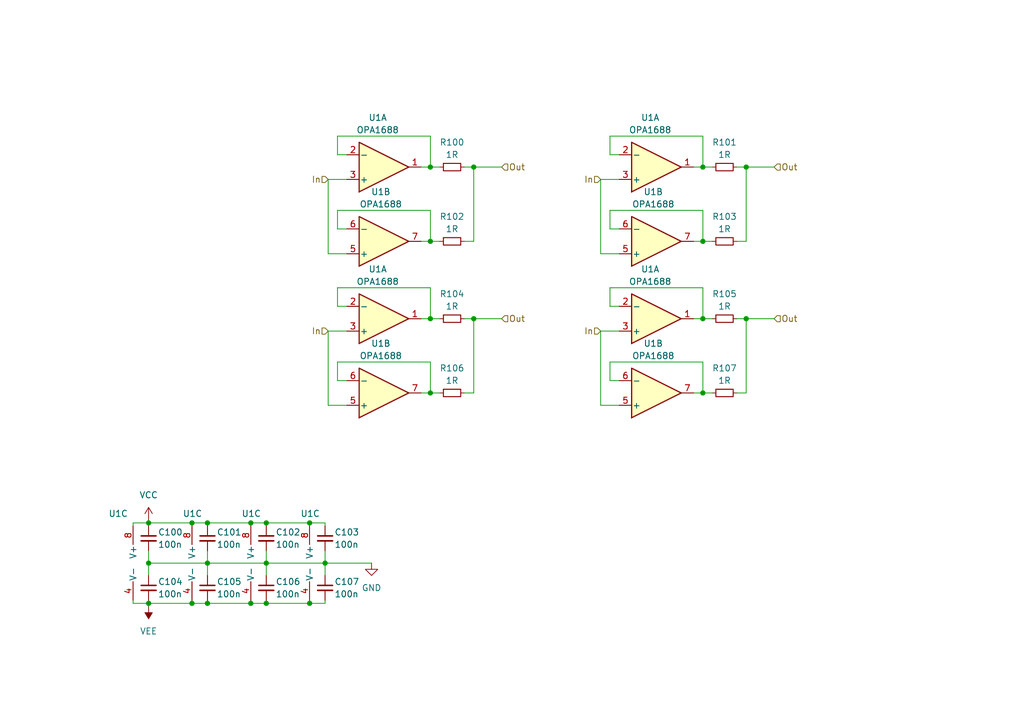
<source format=kicad_sch>
(kicad_sch (version 20230121) (generator eeschema)
  (paper "A5")
  (title_block (title "NCBalOPHeadAmp") (date "2023-10-31") (rev "0.1") (company "ncAudio") (comment 4 "Paralleled OPAMP outputs for more power and lower distortion"))
  (lib_symbols
    (symbol "Device:C_Small" (pin_numbers hide) (pin_names (offset 0.254) hide)
      (property "Reference" "C" (at 0.254 1.778 0))
      (property "Value" "C_Small" (at 0.254 -2.032 0))
      (symbol "C_Small_0_1"
        (polyline (pts (xy -1.524 -0.508) (xy 1.524 -0.508)) (stroke (width 0.3302)))
        (polyline (pts (xy -1.524 0.508) (xy 1.524 0.508)) (stroke (width 0.3048)))
      )
      (symbol "C_Small_1_1"
        (pin passive line (at 0 2.54 270) (length 2.032) (name "~") (number "1"))
        (pin passive line (at 0 -2.54 90) (length 2.032) (name "~") (number "2"))
      )
    )
    (symbol "Device:R_Small" (pin_numbers hide) (pin_names (offset 0.254) hide)
      (property "Reference" "R" (at 0.762 0.508 0))
      (property "Value" "R_Small" (at 0.762 -1.016 0))
      (symbol "R_Small_0_1"
        (rectangle (start -0.762 1.778) (end 0.762 -1.778) (stroke (width 0.2032)))
      )
      (symbol "R_Small_1_1"
        (pin passive line (at 0 2.54 270) (length 0.762) (name "~") (number "1"))
        (pin passive line (at 0 -2.54 90) (length 0.762) (name "~") (number "2"))
      )
    )
    (symbol "SoundPlus:OPA1688" (pin_names (offset 0.127))
      (property "Reference" "U" (at 0 5.08 0))
      (property "Value" "OPA1688" (at 0 -5.08 0))
      (symbol "OPA1688_1_1"
        (polyline (pts (xy -5.08 5.08) (xy 5.08 0) (xy -5.08 -5.08) (xy -5.08 5.08)) (stroke (width 0.254)) (fill (type background)))
        (pin output line (at 7.62 0 180) (length 2.54) (name "~") (number "1"))
        (pin input line (at -7.62 -2.54 0) (length 2.54) (name "-") (number "2"))
        (pin input line (at -7.62 2.54 0) (length 2.54) (name "+") (number "3"))
      )
      (symbol "OPA1688_2_1"
        (polyline (pts (xy -5.08 5.08) (xy 5.08 0) (xy -5.08 -5.08) (xy -5.08 5.08)) (stroke (width 0.254)) (fill (type background)))
        (pin input line (at -7.62 2.54 0) (length 2.54) (name "+") (number "5"))
        (pin input line (at -7.62 -2.54 0) (length 2.54) (name "-") (number "6"))
        (pin output line (at 7.62 0 180) (length 2.54) (name "~") (number "7"))
      )
      (symbol "OPA1688_3_1"
        (pin power_in line (at -2.54 -7.62 90) (length 3.81) (name "V-") (number "4"))
        (pin power_in line (at -2.54 7.62 270) (length 3.81) (name "V+") (number "8"))
      )
    )
    (symbol "power:GND" (power) (pin_names (offset 0))
      (property "Value" "GND" (at 0 -3.81 0))
      (symbol "GND_0_1"
        (polyline (pts (xy 0 0) (xy 0 -1.27) (xy 1.27 -1.27) (xy 0 -2.54) (xy -1.27 -1.27) (xy 0 -1.27)))
      )
      (symbol "GND_1_1"
        (pin power_in line (at 0 0 270) (length 0) hide (name "GND") (number "1"))
      )
    )
    (symbol "power:VCC" (power) (pin_names (offset 0))
      (property "Value" "VCC" (at 0 3.81 0))
      (symbol "VCC_0_1"
        (polyline (pts (xy -0.762 1.27) (xy 0 2.54)))
        (polyline (pts (xy 0 0) (xy 0 2.54)))
        (polyline (pts (xy 0 2.54) (xy 0.762 1.27)))
      )
      (symbol "VCC_1_1"
        (pin power_in line (at 0 0 90) (length 0) hide (name "VCC") (number "1"))
      )
    )
    (symbol "power:VEE" (power) (pin_names (offset 0))
      (property "Value" "VEE" (at 0 3.81 0))
      (symbol "VEE_0_1"
        (polyline (pts (xy 0 0) (xy 0 2.54)))
        (polyline (pts (xy 0.762 1.27) (xy -0.762 1.27) (xy 0 2.54) (xy 0.762 1.27)) (fill (type outline)))
      )
      (symbol "VEE_1_1"
        (pin power_in line (at 0 0 90) (length 0) hide (name "VEE") (number "1"))
      )
    )
  )
  (junction (at 54.61 115.57))
  (junction (at 97.155 34.29))
  (junction (at 144.145 65.405))
  (junction (at 51.435 107.315))
  (junction (at 42.545 115.57))
  (junction (at 144.145 49.53))
  (junction (at 88.265 49.53))
  (junction (at 42.545 123.825))
  (junction (at 144.145 80.645))
  (junction (at 97.155 65.405))
  (junction (at 88.265 65.405))
  (junction (at 30.48 123.825))
  (junction (at 54.61 107.315))
  (junction (at 153.035 34.29))
  (junction (at 88.265 34.29))
  (junction (at 88.265 80.645))
  (junction (at 153.035 65.405))
  (junction (at 30.48 115.57))
  (junction (at 39.37 123.825))
  (junction (at 144.145 34.29))
  (junction (at 63.5 107.315))
  (junction (at 66.675 115.57))
  (junction (at 39.37 107.315))
  (junction (at 54.61 123.825))
  (junction (at 63.5 123.825))
  (junction (at 51.435 123.825))
  (junction (at 42.545 107.315))
  (junction (at 30.48 107.315))
  (wire (pts (xy 86.36 49.53) (xy 88.265 49.53)))
  (wire (pts (xy 125.095 46.99) (xy 127 46.99)))
  (wire (pts (xy 86.36 65.405) (xy 88.265 65.405)))
  (wire (pts (xy 144.145 34.29) (xy 146.05 34.29)))
  (wire (pts (xy 69.215 27.94) (xy 69.215 31.75)))
  (wire (pts (xy 67.31 36.83) (xy 67.31 52.07)))
  (wire (pts (xy 27.305 107.315) (xy 27.305 107.95)))
  (wire (pts (xy 144.145 59.055) (xy 125.095 59.055)))
  (wire (pts (xy 153.035 65.405) (xy 158.75 65.405)))
  (wire (pts (xy 54.61 123.825) (xy 54.61 123.19)))
  (wire (pts (xy 67.31 36.83) (xy 71.12 36.83)))
  (wire (pts (xy 66.675 115.57) (xy 66.675 118.11)))
  (wire (pts (xy 125.095 74.295) (xy 125.095 78.105)))
  (wire (pts (xy 66.675 113.03) (xy 66.675 115.57)))
  (wire (pts (xy 30.48 107.315) (xy 30.48 107.95)))
  (wire (pts (xy 69.215 31.75) (xy 71.12 31.75)))
  (wire (pts (xy 125.095 31.75) (xy 127 31.75)))
  (wire (pts (xy 144.145 43.18) (xy 125.095 43.18)))
  (wire (pts (xy 63.5 107.315) (xy 66.675 107.315)))
  (wire (pts (xy 97.155 65.405) (xy 102.87 65.405)))
  (wire (pts (xy 153.035 34.29) (xy 153.035 49.53)))
  (wire (pts (xy 95.25 65.405) (xy 97.155 65.405)))
  (wire (pts (xy 51.435 107.315) (xy 51.435 107.95)))
  (wire (pts (xy 97.155 34.29) (xy 97.155 49.53)))
  (wire (pts (xy 151.13 49.53) (xy 153.035 49.53)))
  (wire (pts (xy 123.19 67.945) (xy 127 67.945)))
  (wire (pts (xy 125.095 59.055) (xy 125.095 62.865)))
  (wire (pts (xy 67.31 67.945) (xy 71.12 67.945)))
  (wire (pts (xy 30.48 106.68) (xy 30.48 107.315)))
  (wire (pts (xy 153.035 65.405) (xy 153.035 80.645)))
  (wire (pts (xy 144.145 65.405) (xy 146.05 65.405)))
  (wire (pts (xy 144.145 80.645) (xy 146.05 80.645)))
  (wire (pts (xy 151.13 80.645) (xy 153.035 80.645)))
  (wire (pts (xy 69.215 59.055) (xy 69.215 62.865)))
  (wire (pts (xy 30.48 123.825) (xy 39.37 123.825)))
  (wire (pts (xy 88.265 65.405) (xy 88.265 59.055)))
  (wire (pts (xy 42.545 107.315) (xy 42.545 107.95)))
  (wire (pts (xy 144.145 27.94) (xy 125.095 27.94)))
  (wire (pts (xy 69.215 78.105) (xy 71.12 78.105)))
  (wire (pts (xy 88.265 49.53) (xy 90.17 49.53)))
  (wire (pts (xy 97.155 65.405) (xy 97.155 80.645)))
  (wire (pts (xy 39.37 123.825) (xy 42.545 123.825)))
  (wire (pts (xy 88.265 34.29) (xy 90.17 34.29)))
  (wire (pts (xy 125.095 62.865) (xy 127 62.865)))
  (wire (pts (xy 27.305 123.825) (xy 27.305 123.19)))
  (wire (pts (xy 88.265 80.645) (xy 90.17 80.645)))
  (wire (pts (xy 66.675 123.825) (xy 66.675 123.19)))
  (wire (pts (xy 144.145 65.405) (xy 144.145 59.055)))
  (wire (pts (xy 42.545 113.03) (xy 42.545 115.57)))
  (wire (pts (xy 54.61 107.315) (xy 54.61 107.95)))
  (wire (pts (xy 95.25 34.29) (xy 97.155 34.29)))
  (wire (pts (xy 42.545 115.57) (xy 42.545 118.11)))
  (wire (pts (xy 144.145 49.53) (xy 144.145 43.18)))
  (wire (pts (xy 67.31 52.07) (xy 71.12 52.07)))
  (wire (pts (xy 30.48 115.57) (xy 42.545 115.57)))
  (wire (pts (xy 30.48 123.825) (xy 30.48 123.19)))
  (wire (pts (xy 95.25 49.53) (xy 97.155 49.53)))
  (wire (pts (xy 30.48 124.46) (xy 30.48 123.825)))
  (wire (pts (xy 54.61 123.825) (xy 63.5 123.825)))
  (wire (pts (xy 123.19 83.185) (xy 127 83.185)))
  (wire (pts (xy 123.19 36.83) (xy 127 36.83)))
  (wire (pts (xy 125.095 78.105) (xy 127 78.105)))
  (wire (pts (xy 123.19 67.945) (xy 123.19 83.185)))
  (wire (pts (xy 97.155 34.29) (xy 102.87 34.29)))
  (wire (pts (xy 42.545 123.825) (xy 42.545 123.19)))
  (wire (pts (xy 69.215 62.865) (xy 71.12 62.865)))
  (wire (pts (xy 30.48 115.57) (xy 30.48 118.11)))
  (wire (pts (xy 54.61 115.57) (xy 66.675 115.57)))
  (wire (pts (xy 63.5 107.315) (xy 63.5 107.95)))
  (wire (pts (xy 151.13 65.405) (xy 153.035 65.405)))
  (wire (pts (xy 67.31 83.185) (xy 71.12 83.185)))
  (wire (pts (xy 67.31 67.945) (xy 67.31 83.185)))
  (wire (pts (xy 69.215 43.18) (xy 69.215 46.99)))
  (wire (pts (xy 69.215 74.295) (xy 69.215 78.105)))
  (wire (pts (xy 88.265 49.53) (xy 88.265 43.18)))
  (wire (pts (xy 88.265 27.94) (xy 69.215 27.94)))
  (wire (pts (xy 63.5 123.825) (xy 66.675 123.825)))
  (wire (pts (xy 88.265 80.645) (xy 88.265 74.295)))
  (wire (pts (xy 88.265 34.29) (xy 88.265 27.94)))
  (wire (pts (xy 30.48 107.315) (xy 39.37 107.315)))
  (wire (pts (xy 142.24 80.645) (xy 144.145 80.645)))
  (wire (pts (xy 142.24 49.53) (xy 144.145 49.53)))
  (wire (pts (xy 63.5 123.825) (xy 63.5 123.19)))
  (wire (pts (xy 88.265 43.18) (xy 69.215 43.18)))
  (wire (pts (xy 123.19 36.83) (xy 123.19 52.07)))
  (wire (pts (xy 144.145 34.29) (xy 144.145 27.94)))
  (wire (pts (xy 88.265 74.295) (xy 69.215 74.295)))
  (wire (pts (xy 66.675 115.57) (xy 76.2 115.57)))
  (wire (pts (xy 88.265 59.055) (xy 69.215 59.055)))
  (wire (pts (xy 54.61 107.315) (xy 63.5 107.315)))
  (wire (pts (xy 142.24 34.29) (xy 144.145 34.29)))
  (wire (pts (xy 123.19 52.07) (xy 127 52.07)))
  (wire (pts (xy 69.215 46.99) (xy 71.12 46.99)))
  (wire (pts (xy 125.095 27.94) (xy 125.095 31.75)))
  (wire (pts (xy 54.61 113.03) (xy 54.61 115.57)))
  (wire (pts (xy 125.095 43.18) (xy 125.095 46.99)))
  (wire (pts (xy 153.035 34.29) (xy 158.75 34.29)))
  (wire (pts (xy 27.305 123.825) (xy 30.48 123.825)))
  (wire (pts (xy 142.24 65.405) (xy 144.145 65.405)))
  (wire (pts (xy 144.145 74.295) (xy 125.095 74.295)))
  (wire (pts (xy 86.36 80.645) (xy 88.265 80.645)))
  (wire (pts (xy 54.61 115.57) (xy 54.61 118.11)))
  (wire (pts (xy 51.435 123.825) (xy 51.435 123.19)))
  (wire (pts (xy 39.37 123.825) (xy 39.37 123.19)))
  (wire (pts (xy 66.675 107.315) (xy 66.675 107.95)))
  (wire (pts (xy 51.435 123.825) (xy 54.61 123.825)))
  (wire (pts (xy 42.545 115.57) (xy 54.61 115.57)))
  (wire (pts (xy 39.37 107.315) (xy 39.37 107.95)))
  (wire (pts (xy 42.545 123.825) (xy 51.435 123.825)))
  (wire (pts (xy 151.13 34.29) (xy 153.035 34.29)))
  (wire (pts (xy 42.545 107.315) (xy 51.435 107.315)))
  (wire (pts (xy 30.48 113.03) (xy 30.48 115.57)))
  (wire (pts (xy 51.435 107.315) (xy 54.61 107.315)))
  (wire (pts (xy 88.265 65.405) (xy 90.17 65.405)))
  (wire (pts (xy 144.145 80.645) (xy 144.145 74.295)))
  (wire (pts (xy 86.36 34.29) (xy 88.265 34.29)))
  (wire (pts (xy 95.25 80.645) (xy 97.155 80.645)))
  (wire (pts (xy 39.37 107.315) (xy 42.545 107.315)))
  (wire (pts (xy 27.305 107.315) (xy 30.48 107.315)))
  (wire (pts (xy 144.145 49.53) (xy 146.05 49.53)))
  (hierarchical_label "In" (shape input) (at 67.31 67.945 180))
  (hierarchical_label "Out" (shape input) (at 158.75 34.29 0))
  (hierarchical_label "Out" (shape input) (at 158.75 65.405 0))
  (hierarchical_label "Out" (shape input) (at 102.87 34.29 0))
  (hierarchical_label "Out" (shape input) (at 102.87 65.405 0))
  (hierarchical_label "In" (shape input) (at 123.19 36.83 180))
  (hierarchical_label "In" (shape input) (at 123.19 67.945 180))
  (hierarchical_label "In" (shape input) (at 67.31 36.83 180))
  (symbol (lib_id "power:VEE") (at 30.48 124.46 180) (unit 1)
    (property "Reference" "#PWR0202" (effects hide))
    (property "Value" "VEE" (at 30.48 129.54 0))
    (instances (project "NCBalOPHeadAmp" (path "" (reference "#PWR0202") (unit 1)) (path "" (reference "#PWR0302") (unit 1)) (path "" (reference "#PWR0402") (unit 1)) (path "" (reference "#PWR0502") (unit 1))))
  )
  (symbol (lib_id "Device:C_Small") (at 54.61 110.49 0) (unit 1)
    (property "Reference" "C102" (at 56.515 109.22 0) (effects (justify left)))
    (property "Value" "100n" (at 56.515 111.76 0) (effects (justify left)))
    (property "Footprint" "Capacitor_SMD:C_0805_2012Metric_Pad1.18x1.45mm_HandSolder" (effects hide))
    (instances (project "NCBalOPHeadAmp" (path "" (reference "C102") (unit 1)) (path "" (reference "C202") (unit 1)) (path "" (reference "C302") (unit 1)) (path "" (reference "C402") (unit 1))))
  )
  (symbol (lib_id "SoundPlus:OPA1688") (at 134.62 34.29 0) (mirror x) (unit 1)
    (property "Reference" "U1" (at 133.35 24.13 0))
    (property "Value" "OPA1688" (at 133.35 26.67 0))
    (property "Footprint" "Package_SO:SOIC-8_3.9x4.9mm_P1.27mm" (effects hide))
    (property "Datasheet" "https://www.ti.com/lit/ds/symlink/opa1688.pdf?HQS=dis-mous-null-mousermode-dsf-pf-null-wwe&ts=1698782931096&ref_url=https%253A%252F%252Fwww.mouser.de%252F" (effects hide))
    (instances (project "NCBalOPHeadAmp" (path "" (reference "U1") (unit 1)) (path "" (reference "U101") (unit 1)) (path "" (reference "U201") (unit 1)) (path "" (reference "U301") (unit 1)) (path "" (reference "U401") (unit 1))))
  )
  (symbol (lib_id "SoundPlus:OPA1688") (at 78.74 34.29 0) (mirror x) (unit 1)
    (property "Reference" "U1" (at 77.47 24.13 0))
    (property "Value" "OPA1688" (at 77.47 26.67 0))
    (property "Footprint" "Package_SO:SOIC-8_3.9x4.9mm_P1.27mm" (effects hide))
    (property "Datasheet" "https://www.ti.com/lit/ds/symlink/opa1688.pdf?HQS=dis-mous-null-mousermode-dsf-pf-null-wwe&ts=1698782931096&ref_url=https%253A%252F%252Fwww.mouser.de%252F" (effects hide))
    (instances (project "NCBalOPHeadAmp" (path "" (reference "U1") (unit 1)) (path "" (reference "U100") (unit 1)) (path "" (reference "U200") (unit 1)) (path "" (reference "U300") (unit 1)) (path "" (reference "U400") (unit 1))))
  )
  (symbol (lib_id "power:GND") (at 76.2 115.57 0) (unit 1)
    (property "Reference" "#PWR0203" (effects hide))
    (property "Value" "GND" (at 76.2 120.65 0))
    (instances (project "NCBalOPHeadAmp" (path "" (reference "#PWR0203") (unit 1)) (path "" (reference "#PWR0303") (unit 1)) (path "" (reference "#PWR0403") (unit 1)) (path "" (reference "#PWR0503") (unit 1))))
  )
  (symbol (lib_id "Device:R_Small") (at 148.59 65.405 90) (unit 1)
    (property "Reference" "R105" (at 148.59 60.325 90))
    (property "Value" "1R" (at 148.59 62.865 90))
    (property "Footprint" "Resistor_SMD:R_1206_3216Metric_Pad1.30x1.75mm_HandSolder" (effects hide))
    (instances (project "NCBalOPHeadAmp" (path "" (reference "R105") (unit 1)) (path "" (reference "R205") (unit 1)) (path "" (reference "R305") (unit 1)) (path "" (reference "R405") (unit 1))))
  )
  (symbol (lib_id "SoundPlus:OPA1688") (at 134.62 49.53 0) (mirror x) (unit 2)
    (property "Reference" "U1" (at 133.985 39.37 0))
    (property "Value" "OPA1688" (at 133.985 41.91 0))
    (property "Footprint" "Package_SO:SOIC-8_3.9x4.9mm_P1.27mm" (effects hide))
    (property "Datasheet" "https://www.ti.com/lit/ds/symlink/opa1688.pdf?HQS=dis-mous-null-mousermode-dsf-pf-null-wwe&ts=1698782931096&ref_url=https%253A%252F%252Fwww.mouser.de%252F" (effects hide))
    (instances (project "NCBalOPHeadAmp" (path "" (reference "U1") (unit 2)) (path "" (reference "U101") (unit 2)) (path "" (reference "U201") (unit 2)) (path "" (reference "U301") (unit 2)) (path "" (reference "U401") (unit 2))))
  )
  (symbol (lib_id "SoundPlus:OPA1688") (at 53.975 115.57 0) (unit 3)
    (property "Reference" "U1" (at 49.53 105.41 0) (effects (justify left)))
    (property "Value" "OPA1688" (effects hide))
    (property "Footprint" "Package_SO:SOIC-8_3.9x4.9mm_P1.27mm" (effects hide))
    (property "Datasheet" "https://www.ti.com/lit/ds/symlink/opa1688.pdf?HQS=dis-mous-null-mousermode-dsf-pf-null-wwe&ts=1698782931096&ref_url=https%253A%252F%252Fwww.mouser.de%252F" (effects hide))
    (instances (project "NCBalOPHeadAmp" (path "" (reference "U1") (unit 3)) (path "" (reference "U101") (unit 3)) (path "" (reference "U201") (unit 3)) (path "" (reference "U301") (unit 3)) (path "" (reference "U401") (unit 3))))
  )
  (symbol (lib_id "SoundPlus:OPA1688") (at 134.62 80.645 0) (mirror x) (unit 2)
    (property "Reference" "U1" (at 133.985 70.485 0))
    (property "Value" "OPA1688" (at 133.985 73.025 0))
    (property "Footprint" "Package_SO:SOIC-8_3.9x4.9mm_P1.27mm" (effects hide))
    (property "Datasheet" "https://www.ti.com/lit/ds/symlink/opa1688.pdf?HQS=dis-mous-null-mousermode-dsf-pf-null-wwe&ts=1698782931096&ref_url=https%253A%252F%252Fwww.mouser.de%252F" (effects hide))
    (instances (project "NCBalOPHeadAmp" (path "" (reference "U1") (unit 2)) (path "" (reference "U103") (unit 2)) (path "" (reference "U203") (unit 2)) (path "" (reference "U303") (unit 2)) (path "" (reference "U403") (unit 2))))
  )
  (symbol (lib_id "SoundPlus:OPA1688") (at 78.74 65.405 0) (mirror x) (unit 1)
    (property "Reference" "U1" (at 77.47 55.245 0))
    (property "Value" "OPA1688" (at 77.47 57.785 0))
    (property "Footprint" "Package_SO:SOIC-8_3.9x4.9mm_P1.27mm" (effects hide))
    (property "Datasheet" "https://www.ti.com/lit/ds/symlink/opa1688.pdf?HQS=dis-mous-null-mousermode-dsf-pf-null-wwe&ts=1698782931096&ref_url=https%253A%252F%252Fwww.mouser.de%252F" (effects hide))
    (instances (project "NCBalOPHeadAmp" (path "" (reference "U1") (unit 1)) (path "" (reference "U102") (unit 1)) (path "" (reference "U202") (unit 1)) (path "" (reference "U302") (unit 1)) (path "" (reference "U402") (unit 1))))
  )
  (symbol (lib_id "Device:R_Small") (at 148.59 80.645 90) (unit 1)
    (property "Reference" "R107" (at 148.59 75.565 90))
    (property "Value" "1R" (at 148.59 78.105 90))
    (property "Footprint" "Resistor_SMD:R_1206_3216Metric_Pad1.30x1.75mm_HandSolder" (effects hide))
    (instances (project "NCBalOPHeadAmp" (path "" (reference "R107") (unit 1)) (path "" (reference "R207") (unit 1)) (path "" (reference "R307") (unit 1)) (path "" (reference "R407") (unit 1))))
  )
  (symbol (lib_id "Device:C_Small") (at 30.48 110.49 0) (unit 1)
    (property "Reference" "C100" (at 32.385 109.22 0) (effects (justify left)))
    (property "Value" "100n" (at 32.385 111.76 0) (effects (justify left)))
    (property "Footprint" "Capacitor_SMD:C_0805_2012Metric_Pad1.18x1.45mm_HandSolder" (effects hide))
    (instances (project "NCBalOPHeadAmp" (path "" (reference "C100") (unit 1)) (path "" (reference "C200") (unit 1)) (path "" (reference "C300") (unit 1)) (path "" (reference "C400") (unit 1))))
  )
  (symbol (lib_id "Device:C_Small") (at 66.675 120.65 0) (unit 1)
    (property "Reference" "C107" (at 68.58 119.38 0) (effects (justify left)))
    (property "Value" "100n" (at 68.58 121.92 0) (effects (justify left)))
    (property "Footprint" "Capacitor_SMD:C_0805_2012Metric_Pad1.18x1.45mm_HandSolder" (effects hide))
    (instances (project "NCBalOPHeadAmp" (path "" (reference "C107") (unit 1)) (path "" (reference "C207") (unit 1)) (path "" (reference "C307") (unit 1)) (path "" (reference "C407") (unit 1))))
  )
  (symbol (lib_id "Device:C_Small") (at 30.48 120.65 0) (unit 1)
    (property "Reference" "C104" (at 32.385 119.38 0) (effects (justify left)))
    (property "Value" "100n" (at 32.385 121.92 0) (effects (justify left)))
    (property "Footprint" "Capacitor_SMD:C_0805_2012Metric_Pad1.18x1.45mm_HandSolder" (effects hide))
    (instances (project "NCBalOPHeadAmp" (path "" (reference "C104") (unit 1)) (path "" (reference "C204") (unit 1)) (path "" (reference "C304") (unit 1)) (path "" (reference "C404") (unit 1))))
  )
  (symbol (lib_id "Device:C_Small") (at 66.675 110.49 0) (unit 1)
    (property "Reference" "C103" (at 68.58 109.22 0) (effects (justify left)))
    (property "Value" "100n" (at 68.58 111.76 0) (effects (justify left)))
    (property "Footprint" "Capacitor_SMD:C_0805_2012Metric_Pad1.18x1.45mm_HandSolder" (effects hide))
    (instances (project "NCBalOPHeadAmp" (path "" (reference "C103") (unit 1)) (path "" (reference "C203") (unit 1)) (path "" (reference "C303") (unit 1)) (path "" (reference "C403") (unit 1))))
  )
  (symbol (lib_id "SoundPlus:OPA1688") (at 41.91 115.57 0) (unit 3)
    (property "Reference" "U1" (at 37.465 105.41 0) (effects (justify left)))
    (property "Value" "OPA1688" (effects hide))
    (property "Footprint" "Package_SO:SOIC-8_3.9x4.9mm_P1.27mm" (effects hide))
    (property "Datasheet" "https://www.ti.com/lit/ds/symlink/opa1688.pdf?HQS=dis-mous-null-mousermode-dsf-pf-null-wwe&ts=1698782931096&ref_url=https%253A%252F%252Fwww.mouser.de%252F" (effects hide))
    (instances (project "NCBalOPHeadAmp" (path "" (reference "U1") (unit 3)) (path "" (reference "U102") (unit 3)) (path "" (reference "U202") (unit 3)) (path "" (reference "U302") (unit 3)) (path "" (reference "U402") (unit 3))))
  )
  (symbol (lib_id "SoundPlus:OPA1688") (at 78.74 80.645 0) (mirror x) (unit 2)
    (property "Reference" "U1" (at 78.105 70.485 0))
    (property "Value" "OPA1688" (at 78.105 73.025 0))
    (property "Footprint" "Package_SO:SOIC-8_3.9x4.9mm_P1.27mm" (effects hide))
    (property "Datasheet" "https://www.ti.com/lit/ds/symlink/opa1688.pdf?HQS=dis-mous-null-mousermode-dsf-pf-null-wwe&ts=1698782931096&ref_url=https%253A%252F%252Fwww.mouser.de%252F" (effects hide))
    (instances (project "NCBalOPHeadAmp" (path "" (reference "U1") (unit 2)) (path "" (reference "U102") (unit 2)) (path "" (reference "U202") (unit 2)) (path "" (reference "U302") (unit 2)) (path "" (reference "U402") (unit 2))))
  )
  (symbol (lib_id "Device:R_Small") (at 92.71 65.405 90) (unit 1)
    (property "Reference" "R104" (at 92.71 60.325 90))
    (property "Value" "1R" (at 92.71 62.865 90))
    (property "Footprint" "Resistor_SMD:R_1206_3216Metric_Pad1.30x1.75mm_HandSolder" (effects hide))
    (instances (project "NCBalOPHeadAmp" (path "" (reference "R104") (unit 1)) (path "" (reference "R204") (unit 1)) (path "" (reference "R304") (unit 1)) (path "" (reference "R404") (unit 1))))
  )
  (symbol (lib_id "Device:C_Small") (at 42.545 120.65 0) (unit 1)
    (property "Reference" "C105" (at 44.45 119.38 0) (effects (justify left)))
    (property "Value" "100n" (at 44.45 121.92 0) (effects (justify left)))
    (property "Footprint" "Capacitor_SMD:C_0805_2012Metric_Pad1.18x1.45mm_HandSolder" (effects hide))
    (instances (project "NCBalOPHeadAmp" (path "" (reference "C105") (unit 1)) (path "" (reference "C205") (unit 1)) (path "" (reference "C305") (unit 1)) (path "" (reference "C405") (unit 1))))
  )
  (symbol (lib_id "Device:R_Small") (at 148.59 49.53 90) (unit 1)
    (property "Reference" "R103" (at 148.59 44.45 90))
    (property "Value" "1R" (at 148.59 46.99 90))
    (property "Footprint" "Resistor_SMD:R_1206_3216Metric_Pad1.30x1.75mm_HandSolder" (effects hide))
    (instances (project "NCBalOPHeadAmp" (path "" (reference "R103") (unit 1)) (path "" (reference "R203") (unit 1)) (path "" (reference "R303") (unit 1)) (path "" (reference "R403") (unit 1))))
  )
  (symbol (lib_id "SoundPlus:OPA1688") (at 78.74 49.53 0) (mirror x) (unit 2)
    (property "Reference" "U1" (at 78.105 39.37 0))
    (property "Value" "OPA1688" (at 78.105 41.91 0))
    (property "Footprint" "Package_SO:SOIC-8_3.9x4.9mm_P1.27mm" (effects hide))
    (property "Datasheet" "https://www.ti.com/lit/ds/symlink/opa1688.pdf?HQS=dis-mous-null-mousermode-dsf-pf-null-wwe&ts=1698782931096&ref_url=https%253A%252F%252Fwww.mouser.de%252F" (effects hide))
    (instances (project "NCBalOPHeadAmp" (path "" (reference "U1") (unit 2)) (path "" (reference "U100") (unit 2)) (path "" (reference "U200") (unit 2)) (path "" (reference "U300") (unit 2)) (path "" (reference "U400") (unit 2))))
  )
  (symbol (lib_id "SoundPlus:OPA1688") (at 134.62 65.405 0) (mirror x) (unit 1)
    (property "Reference" "U1" (at 133.35 55.245 0))
    (property "Value" "OPA1688" (at 133.35 57.785 0))
    (property "Footprint" "Package_SO:SOIC-8_3.9x4.9mm_P1.27mm" (effects hide))
    (property "Datasheet" "https://www.ti.com/lit/ds/symlink/opa1688.pdf?HQS=dis-mous-null-mousermode-dsf-pf-null-wwe&ts=1698782931096&ref_url=https%253A%252F%252Fwww.mouser.de%252F" (effects hide))
    (instances (project "NCBalOPHeadAmp" (path "" (reference "U1") (unit 1)) (path "" (reference "U103") (unit 1)) (path "" (reference "U203") (unit 1)) (path "" (reference "U303") (unit 1)) (path "" (reference "U403") (unit 1))))
  )
  (symbol (lib_id "SoundPlus:OPA1688") (at 29.845 115.57 0) (unit 3)
    (property "Reference" "U1" (at 22.225 105.41 0) (effects (justify left)))
    (property "Value" "OPA1688" (effects hide))
    (property "Footprint" "Package_SO:SOIC-8_3.9x4.9mm_P1.27mm" (effects hide))
    (property "Datasheet" "https://www.ti.com/lit/ds/symlink/opa1688.pdf?HQS=dis-mous-null-mousermode-dsf-pf-null-wwe&ts=1698782931096&ref_url=https%253A%252F%252Fwww.mouser.de%252F" (effects hide))
    (instances (project "NCBalOPHeadAmp" (path "" (reference "U1") (unit 3)) (path "" (reference "U100") (unit 3)) (path "" (reference "U200") (unit 3)) (path "" (reference "U300") (unit 3)) (path "" (reference "U400") (unit 3))))
  )
  (symbol (lib_id "Device:R_Small") (at 92.71 49.53 90) (unit 1)
    (property "Reference" "R102" (at 92.71 44.45 90))
    (property "Value" "1R" (at 92.71 46.99 90))
    (property "Footprint" "Resistor_SMD:R_1206_3216Metric_Pad1.30x1.75mm_HandSolder" (effects hide))
    (instances (project "NCBalOPHeadAmp" (path "" (reference "R102") (unit 1)) (path "" (reference "R202") (unit 1)) (path "" (reference "R302") (unit 1)) (path "" (reference "R402") (unit 1))))
  )
  (symbol (lib_id "Device:R_Small") (at 92.71 80.645 90) (unit 1)
    (property "Reference" "R106" (at 92.71 75.565 90))
    (property "Value" "1R" (at 92.71 78.105 90))
    (property "Footprint" "Resistor_SMD:R_1206_3216Metric_Pad1.30x1.75mm_HandSolder" (effects hide))
    (instances (project "NCBalOPHeadAmp" (path "" (reference "R106") (unit 1)) (path "" (reference "R206") (unit 1)) (path "" (reference "R306") (unit 1)) (path "" (reference "R406") (unit 1))))
  )
  (symbol (lib_id "Device:C_Small") (at 54.61 120.65 0) (unit 1)
    (property "Reference" "C106" (at 56.515 119.38 0) (effects (justify left)))
    (property "Value" "100n" (at 56.515 121.92 0) (effects (justify left)))
    (property "Footprint" "Capacitor_SMD:C_0805_2012Metric_Pad1.18x1.45mm_HandSolder" (effects hide))
    (instances (project "NCBalOPHeadAmp" (path "" (reference "C106") (unit 1)) (path "" (reference "C206") (unit 1)) (path "" (reference "C306") (unit 1)) (path "" (reference "C406") (unit 1))))
  )
  (symbol (lib_id "SoundPlus:OPA1688") (at 66.04 115.57 0) (unit 3)
    (property "Reference" "U1" (at 61.595 105.41 0) (effects (justify left)))
    (property "Value" "OPA1688" (effects hide))
    (property "Footprint" "Package_SO:SOIC-8_3.9x4.9mm_P1.27mm" (effects hide))
    (property "Datasheet" "https://www.ti.com/lit/ds/symlink/opa1688.pdf?HQS=dis-mous-null-mousermode-dsf-pf-null-wwe&ts=1698782931096&ref_url=https%253A%252F%252Fwww.mouser.de%252F" (effects hide))
    (instances (project "NCBalOPHeadAmp" (path "" (reference "U1") (unit 3)) (path "" (reference "U103") (unit 3)) (path "" (reference "U203") (unit 3)) (path "" (reference "U303") (unit 3)) (path "" (reference "U403") (unit 3))))
  )
  (symbol (lib_id "Device:C_Small") (at 42.545 110.49 0) (unit 1)
    (property "Reference" "C101" (at 44.45 109.22 0) (effects (justify left)))
    (property "Value" "100n" (at 44.45 111.76 0) (effects (justify left)))
    (property "Footprint" "Capacitor_SMD:C_0805_2012Metric_Pad1.18x1.45mm_HandSolder" (effects hide))
    (instances (project "NCBalOPHeadAmp" (path "" (reference "C101") (unit 1)) (path "" (reference "C201") (unit 1)) (path "" (reference "C301") (unit 1)) (path "" (reference "C401") (unit 1))))
  )
  (symbol (lib_id "power:VCC") (at 30.48 106.68 0) (unit 1)
    (property "Reference" "#PWR0201" (effects hide))
    (property "Value" "VCC" (at 30.48 101.6 0))
    (instances (project "NCBalOPHeadAmp" (path "" (reference "#PWR0201") (unit 1)) (path "" (reference "#PWR0301") (unit 1)) (path "" (reference "#PWR0401") (unit 1)) (path "" (reference "#PWR0501") (unit 1))))
  )
  (symbol (lib_id "Device:R_Small") (at 92.71 34.29 90) (unit 1)
    (property "Reference" "R100" (at 92.71 29.21 90))
    (property "Value" "1R" (at 92.71 31.75 90))
    (property "Footprint" "Resistor_SMD:R_1206_3216Metric_Pad1.30x1.75mm_HandSolder" (effects hide))
    (instances (project "NCBalOPHeadAmp" (path "" (reference "R100") (unit 1)) (path "" (reference "R200") (unit 1)) (path "" (reference "R300") (unit 1)) (path "" (reference "R400") (unit 1))))
  )
  (symbol (lib_id "Device:R_Small") (at 148.59 34.29 90) (unit 1)
    (property "Reference" "R101" (at 148.59 29.21 90))
    (property "Value" "1R" (at 148.59 31.75 90))
    (property "Footprint" "Resistor_SMD:R_1206_3216Metric_Pad1.30x1.75mm_HandSolder" (effects hide))
    (instances (project "NCBalOPHeadAmp" (path "" (reference "R101") (unit 1)) (path "" (reference "R201") (unit 1)) (path "" (reference "R301") (unit 1)) (path "" (reference "R401") (unit 1))))
  )
)
</source>
